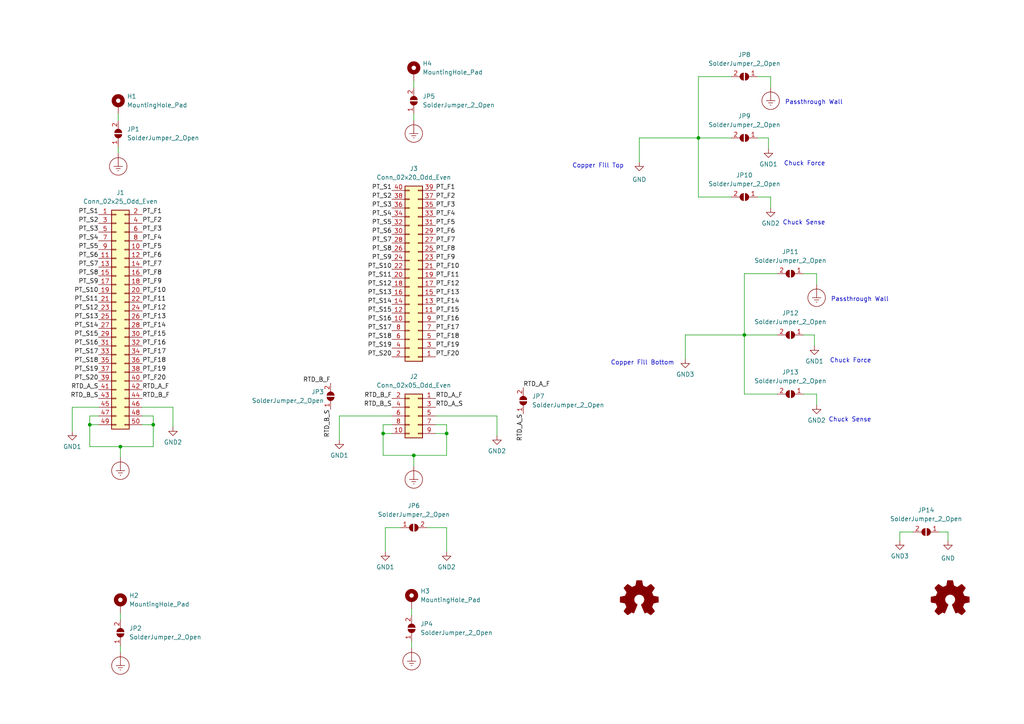
<source format=kicad_sch>
(kicad_sch (version 20211123) (generator eeschema)
  (paper "A4")
  (lib_symbols
    (symbol "Connector_Generic:Conn_02x05_Odd_Even" (pin_names (offset 1.016) hide)
      (property "Reference" "J" (at 1.27 7.62 0))
      (property "Value" "Conn_02x05_Odd_Even" (at 1.27 -7.62 0))
      (symbol "Conn_02x05_Odd_Even_1_1"
        (rectangle (start -1.27 -4.953) (end 0 -5.207) (stroke (width 0.1524)))
        (rectangle (start -1.27 -2.413) (end 0 -2.667) (stroke (width 0.1524)))
        (rectangle (start -1.27 0.127) (end 0 -0.127) (stroke (width 0.1524)))
        (rectangle (start -1.27 2.667) (end 0 2.413) (stroke (width 0.1524)))
        (rectangle (start -1.27 5.207) (end 0 4.953) (stroke (width 0.1524)))
        (rectangle (start -1.27 6.35) (end 3.81 -6.35) (stroke (width 0.254)) (fill (type background)))
        (rectangle (start 3.81 -4.953) (end 2.54 -5.207) (stroke (width 0.1524)))
        (rectangle (start 3.81 -2.413) (end 2.54 -2.667) (stroke (width 0.1524)))
        (rectangle (start 3.81 0.127) (end 2.54 -0.127) (stroke (width 0.1524)))
        (rectangle (start 3.81 2.667) (end 2.54 2.413) (stroke (width 0.1524)))
        (rectangle (start 3.81 5.207) (end 2.54 4.953) (stroke (width 0.1524)))
        (pin passive line (at -5.08 5.08 0) (length 3.81) (name "Pin_1") (number "1"))
        (pin passive line (at 7.62 -5.08 180) (length 3.81) (name "Pin_10") (number "10"))
        (pin passive line (at 7.62 5.08 180) (length 3.81) (name "Pin_2") (number "2"))
        (pin passive line (at -5.08 2.54 0) (length 3.81) (name "Pin_3") (number "3"))
        (pin passive line (at 7.62 2.54 180) (length 3.81) (name "Pin_4") (number "4"))
        (pin passive line (at -5.08 0 0) (length 3.81) (name "Pin_5") (number "5"))
        (pin passive line (at 7.62 0 180) (length 3.81) (name "Pin_6") (number "6"))
        (pin passive line (at -5.08 -2.54 0) (length 3.81) (name "Pin_7") (number "7"))
        (pin passive line (at 7.62 -2.54 180) (length 3.81) (name "Pin_8") (number "8"))
        (pin passive line (at -5.08 -5.08 0) (length 3.81) (name "Pin_9") (number "9"))
      )
    )
    (symbol "Connector_Generic:Conn_02x20_Odd_Even" (pin_names (offset 1.016) hide)
      (property "Reference" "J" (at 1.27 25.4 0))
      (property "Value" "Conn_02x20_Odd_Even" (at 1.27 -27.94 0))
      (symbol "Conn_02x20_Odd_Even_1_1"
        (rectangle (start -1.27 -25.273) (end 0 -25.527) (stroke (width 0.1524)))
        (rectangle (start -1.27 -22.733) (end 0 -22.987) (stroke (width 0.1524)))
        (rectangle (start -1.27 -20.193) (end 0 -20.447) (stroke (width 0.1524)))
        (rectangle (start -1.27 -17.653) (end 0 -17.907) (stroke (width 0.1524)))
        (rectangle (start -1.27 -15.113) (end 0 -15.367) (stroke (width 0.1524)))
        (rectangle (start -1.27 -12.573) (end 0 -12.827) (stroke (width 0.1524)))
        (rectangle (start -1.27 -10.033) (end 0 -10.287) (stroke (width 0.1524)))
        (rectangle (start -1.27 -7.493) (end 0 -7.747) (stroke (width 0.1524)))
        (rectangle (start -1.27 -4.953) (end 0 -5.207) (stroke (width 0.1524)))
        (rectangle (start -1.27 -2.413) (end 0 -2.667) (stroke (width 0.1524)))
        (rectangle (start -1.27 0.127) (end 0 -0.127) (stroke (width 0.1524)))
        (rectangle (start -1.27 2.667) (end 0 2.413) (stroke (width 0.1524)))
        (rectangle (start -1.27 5.207) (end 0 4.953) (stroke (width 0.1524)))
        (rectangle (start -1.27 7.747) (end 0 7.493) (stroke (width 0.1524)))
        (rectangle (start -1.27 10.287) (end 0 10.033) (stroke (width 0.1524)))
        (rectangle (start -1.27 12.827) (end 0 12.573) (stroke (width 0.1524)))
        (rectangle (start -1.27 15.367) (end 0 15.113) (stroke (width 0.1524)))
        (rectangle (start -1.27 17.907) (end 0 17.653) (stroke (width 0.1524)))
        (rectangle (start -1.27 20.447) (end 0 20.193) (stroke (width 0.1524)))
        (rectangle (start -1.27 22.987) (end 0 22.733) (stroke (width 0.1524)))
        (rectangle (start -1.27 24.13) (end 3.81 -26.67) (stroke (width 0.254)) (fill (type background)))
        (rectangle (start 3.81 -25.273) (end 2.54 -25.527) (stroke (width 0.1524)))
        (rectangle (start 3.81 -22.733) (end 2.54 -22.987) (stroke (width 0.1524)))
        (rectangle (start 3.81 -20.193) (end 2.54 -20.447) (stroke (width 0.1524)))
        (rectangle (start 3.81 -17.653) (end 2.54 -17.907) (stroke (width 0.1524)))
        (rectangle (start 3.81 -15.113) (end 2.54 -15.367) (stroke (width 0.1524)))
        (rectangle (start 3.81 -12.573) (end 2.54 -12.827) (stroke (width 0.1524)))
        (rectangle (start 3.81 -10.033) (end 2.54 -10.287) (stroke (width 0.1524)))
        (rectangle (start 3.81 -7.493) (end 2.54 -7.747) (stroke (width 0.1524)))
        (rectangle (start 3.81 -4.953) (end 2.54 -5.207) (stroke (width 0.1524)))
        (rectangle (start 3.81 -2.413) (end 2.54 -2.667) (stroke (width 0.1524)))
        (rectangle (start 3.81 0.127) (end 2.54 -0.127) (stroke (width 0.1524)))
        (rectangle (start 3.81 2.667) (end 2.54 2.413) (stroke (width 0.1524)))
        (rectangle (start 3.81 5.207) (end 2.54 4.953) (stroke (width 0.1524)))
        (rectangle (start 3.81 7.747) (end 2.54 7.493) (stroke (width 0.1524)))
        (rectangle (start 3.81 10.287) (end 2.54 10.033) (stroke (width 0.1524)))
        (rectangle (start 3.81 12.827) (end 2.54 12.573) (stroke (width 0.1524)))
        (rectangle (start 3.81 15.367) (end 2.54 15.113) (stroke (width 0.1524)))
        (rectangle (start 3.81 17.907) (end 2.54 17.653) (stroke (width 0.1524)))
        (rectangle (start 3.81 20.447) (end 2.54 20.193) (stroke (width 0.1524)))
        (rectangle (start 3.81 22.987) (end 2.54 22.733) (stroke (width 0.1524)))
        (pin passive line (at -5.08 22.86 0) (length 3.81) (name "Pin_1") (number "1"))
        (pin passive line (at 7.62 12.7 180) (length 3.81) (name "Pin_10") (number "10"))
        (pin passive line (at -5.08 10.16 0) (length 3.81) (name "Pin_11") (number "11"))
        (pin passive line (at 7.62 10.16 180) (length 3.81) (name "Pin_12") (number "12"))
        (pin passive line (at -5.08 7.62 0) (length 3.81) (name "Pin_13") (number "13"))
        (pin passive line (at 7.62 7.62 180) (length 3.81) (name "Pin_14") (number "14"))
        (pin passive line (at -5.08 5.08 0) (length 3.81) (name "Pin_15") (number "15"))
        (pin passive line (at 7.62 5.08 180) (length 3.81) (name "Pin_16") (number "16"))
        (pin passive line (at -5.08 2.54 0) (length 3.81) (name "Pin_17") (number "17"))
        (pin passive line (at 7.62 2.54 180) (length 3.81) (name "Pin_18") (number "18"))
        (pin passive line (at -5.08 0 0) (length 3.81) (name "Pin_19") (number "19"))
        (pin passive line (at 7.62 22.86 180) (length 3.81) (name "Pin_2") (number "2"))
        (pin passive line (at 7.62 0 180) (length 3.81) (name "Pin_20") (number "20"))
        (pin passive line (at -5.08 -2.54 0) (length 3.81) (name "Pin_21") (number "21"))
        (pin passive line (at 7.62 -2.54 180) (length 3.81) (name "Pin_22") (number "22"))
        (pin passive line (at -5.08 -5.08 0) (length 3.81) (name "Pin_23") (number "23"))
        (pin passive line (at 7.62 -5.08 180) (length 3.81) (name "Pin_24") (number "24"))
        (pin passive line (at -5.08 -7.62 0) (length 3.81) (name "Pin_25") (number "25"))
        (pin passive line (at 7.62 -7.62 180) (length 3.81) (name "Pin_26") (number "26"))
        (pin passive line (at -5.08 -10.16 0) (length 3.81) (name "Pin_27") (number "27"))
        (pin passive line (at 7.62 -10.16 180) (length 3.81) (name "Pin_28") (number "28"))
        (pin passive line (at -5.08 -12.7 0) (length 3.81) (name "Pin_29") (number "29"))
        (pin passive line (at -5.08 20.32 0) (length 3.81) (name "Pin_3") (number "3"))
        (pin passive line (at 7.62 -12.7 180) (length 3.81) (name "Pin_30") (number "30"))
        (pin passive line (at -5.08 -15.24 0) (length 3.81) (name "Pin_31") (number "31"))
        (pin passive line (at 7.62 -15.24 180) (length 3.81) (name "Pin_32") (number "32"))
        (pin passive line (at -5.08 -17.78 0) (length 3.81) (name "Pin_33") (number "33"))
        (pin passive line (at 7.62 -17.78 180) (length 3.81) (name "Pin_34") (number "34"))
        (pin passive line (at -5.08 -20.32 0) (length 3.81) (name "Pin_35") (number "35"))
        (pin passive line (at 7.62 -20.32 180) (length 3.81) (name "Pin_36") (number "36"))
        (pin passive line (at -5.08 -22.86 0) (length 3.81) (name "Pin_37") (number "37"))
        (pin passive line (at 7.62 -22.86 180) (length 3.81) (name "Pin_38") (number "38"))
        (pin passive line (at -5.08 -25.4 0) (length 3.81) (name "Pin_39") (number "39"))
        (pin passive line (at 7.62 20.32 180) (length 3.81) (name "Pin_4") (number "4"))
        (pin passive line (at 7.62 -25.4 180) (length 3.81) (name "Pin_40") (number "40"))
        (pin passive line (at -5.08 17.78 0) (length 3.81) (name "Pin_5") (number "5"))
        (pin passive line (at 7.62 17.78 180) (length 3.81) (name "Pin_6") (number "6"))
        (pin passive line (at -5.08 15.24 0) (length 3.81) (name "Pin_7") (number "7"))
        (pin passive line (at 7.62 15.24 180) (length 3.81) (name "Pin_8") (number "8"))
        (pin passive line (at -5.08 12.7 0) (length 3.81) (name "Pin_9") (number "9"))
      )
    )
    (symbol "Connector_Generic:Conn_02x25_Odd_Even" (pin_names (offset 1.016) hide)
      (property "Reference" "J" (at 1.27 33.02 0))
      (property "Value" "Conn_02x25_Odd_Even" (at 1.27 -33.02 0))
      (symbol "Conn_02x25_Odd_Even_1_1"
        (rectangle (start -1.27 -30.353) (end 0 -30.607) (stroke (width 0.1524)))
        (rectangle (start -1.27 -27.813) (end 0 -28.067) (stroke (width 0.1524)))
        (rectangle (start -1.27 -25.273) (end 0 -25.527) (stroke (width 0.1524)))
        (rectangle (start -1.27 -22.733) (end 0 -22.987) (stroke (width 0.1524)))
        (rectangle (start -1.27 -20.193) (end 0 -20.447) (stroke (width 0.1524)))
        (rectangle (start -1.27 -17.653) (end 0 -17.907) (stroke (width 0.1524)))
        (rectangle (start -1.27 -15.113) (end 0 -15.367) (stroke (width 0.1524)))
        (rectangle (start -1.27 -12.573) (end 0 -12.827) (stroke (width 0.1524)))
        (rectangle (start -1.27 -10.033) (end 0 -10.287) (stroke (width 0.1524)))
        (rectangle (start -1.27 -7.493) (end 0 -7.747) (stroke (width 0.1524)))
        (rectangle (start -1.27 -4.953) (end 0 -5.207) (stroke (width 0.1524)))
        (rectangle (start -1.27 -2.413) (end 0 -2.667) (stroke (width 0.1524)))
        (rectangle (start -1.27 0.127) (end 0 -0.127) (stroke (width 0.1524)))
        (rectangle (start -1.27 2.667) (end 0 2.413) (stroke (width 0.1524)))
        (rectangle (start -1.27 5.207) (end 0 4.953) (stroke (width 0.1524)))
        (rectangle (start -1.27 7.747) (end 0 7.493) (stroke (width 0.1524)))
        (rectangle (start -1.27 10.287) (end 0 10.033) (stroke (width 0.1524)))
        (rectangle (start -1.27 12.827) (end 0 12.573) (stroke (width 0.1524)))
        (rectangle (start -1.27 15.367) (end 0 15.113) (stroke (width 0.1524)))
        (rectangle (start -1.27 17.907) (end 0 17.653) (stroke (width 0.1524)))
        (rectangle (start -1.27 20.447) (end 0 20.193) (stroke (width 0.1524)))
        (rectangle (start -1.27 22.987) (end 0 22.733) (stroke (width 0.1524)))
        (rectangle (start -1.27 25.527) (end 0 25.273) (stroke (width 0.1524)))
        (rectangle (start -1.27 28.067) (end 0 27.813) (stroke (width 0.1524)))
        (rectangle (start -1.27 30.607) (end 0 30.353) (stroke (width 0.1524)))
        (rectangle (start -1.27 31.75) (end 3.81 -31.75) (stroke (width 0.254)) (fill (type background)))
        (rectangle (start 3.81 -30.353) (end 2.54 -30.607) (stroke (width 0.1524)))
        (rectangle (start 3.81 -27.813) (end 2.54 -28.067) (stroke (width 0.1524)))
        (rectangle (start 3.81 -25.273) (end 2.54 -25.527) (stroke (width 0.1524)))
        (rectangle (start 3.81 -22.733) (end 2.54 -22.987) (stroke (width 0.1524)))
        (rectangle (start 3.81 -20.193) (end 2.54 -20.447) (stroke (width 0.1524)))
        (rectangle (start 3.81 -17.653) (end 2.54 -17.907) (stroke (width 0.1524)))
        (rectangle (start 3.81 -15.113) (end 2.54 -15.367) (stroke (width 0.1524)))
        (rectangle (start 3.81 -12.573) (end 2.54 -12.827) (stroke (width 0.1524)))
        (rectangle (start 3.81 -10.033) (end 2.54 -10.287) (stroke (width 0.1524)))
        (rectangle (start 3.81 -7.493) (end 2.54 -7.747) (stroke (width 0.1524)))
        (rectangle (start 3.81 -4.953) (end 2.54 -5.207) (stroke (width 0.1524)))
        (rectangle (start 3.81 -2.413) (end 2.54 -2.667) (stroke (width 0.1524)))
        (rectangle (start 3.81 0.127) (end 2.54 -0.127) (stroke (width 0.1524)))
        (rectangle (start 3.81 2.667) (end 2.54 2.413) (stroke (width 0.1524)))
        (rectangle (start 3.81 5.207) (end 2.54 4.953) (stroke (width 0.1524)))
        (rectangle (start 3.81 7.747) (end 2.54 7.493) (stroke (width 0.1524)))
        (rectangle (start 3.81 10.287) (end 2.54 10.033) (stroke (width 0.1524)))
        (rectangle (start 3.81 12.827) (end 2.54 12.573) (stroke (width 0.1524)))
        (rectangle (start 3.81 15.367) (end 2.54 15.113) (stroke (width 0.1524)))
        (rectangle (start 3.81 17.907) (end 2.54 17.653) (stroke (width 0.1524)))
        (rectangle (start 3.81 20.447) (end 2.54 20.193) (stroke (width 0.1524)))
        (rectangle (start 3.81 22.987) (end 2.54 22.733) (stroke (width 0.1524)))
        (rectangle (start 3.81 25.527) (end 2.54 25.273) (stroke (width 0.1524)))
        (rectangle (start 3.81 28.067) (end 2.54 27.813) (stroke (width 0.1524)))
        (rectangle (start 3.81 30.607) (end 2.54 30.353) (stroke (width 0.1524)))
        (pin passive line (at -5.08 30.48 0) (length 3.81) (name "Pin_1") (number "1"))
        (pin passive line (at 7.62 20.32 180) (length 3.81) (name "Pin_10") (number "10"))
        (pin passive line (at -5.08 17.78 0) (length 3.81) (name "Pin_11") (number "11"))
        (pin passive line (at 7.62 17.78 180) (length 3.81) (name "Pin_12") (number "12"))
        (pin passive line (at -5.08 15.24 0) (length 3.81) (name "Pin_13") (number "13"))
        (pin passive line (at 7.62 15.24 180) (length 3.81) (name "Pin_14") (number "14"))
        (pin passive line (at -5.08 12.7 0) (length 3.81) (name "Pin_15") (number "15"))
        (pin passive line (at 7.62 12.7 180) (length 3.81) (name "Pin_16") (number "16"))
        (pin passive line (at -5.08 10.16 0) (length 3.81) (name "Pin_17") (number "17"))
        (pin passive line (at 7.62 10.16 180) (length 3.81) (name "Pin_18") (number "18"))
        (pin passive line (at -5.08 7.62 0) (length 3.81) (name "Pin_19") (number "19"))
        (pin passive line (at 7.62 30.48 180) (length 3.81) (name "Pin_2") (number "2"))
        (pin passive line (at 7.62 7.62 180) (length 3.81) (name "Pin_20") (number "20"))
        (pin passive line (at -5.08 5.08 0) (length 3.81) (name "Pin_21") (number "21"))
        (pin passive line (at 7.62 5.08 180) (length 3.81) (name "Pin_22") (number "22"))
        (pin passive line (at -5.08 2.54 0) (length 3.81) (name "Pin_23") (number "23"))
        (pin passive line (at 7.62 2.54 180) (length 3.81) (name "Pin_24") (number "24"))
        (pin passive line (at -5.08 0 0) (length 3.81) (name "Pin_25") (number "25"))
        (pin passive line (at 7.62 0 180) (length 3.81) (name "Pin_26") (number "26"))
        (pin passive line (at -5.08 -2.54 0) (length 3.81) (name "Pin_27") (number "27"))
        (pin passive line (at 7.62 -2.54 180) (length 3.81) (name "Pin_28") (number "28"))
        (pin passive line (at -5.08 -5.08 0) (length 3.81) (name "Pin_29") (number "29"))
        (pin passive line (at -5.08 27.94 0) (length 3.81) (name "Pin_3") (number "3"))
        (pin passive line (at 7.62 -5.08 180) (length 3.81) (name "Pin_30") (number "30"))
        (pin passive line (at -5.08 -7.62 0) (length 3.81) (name "Pin_31") (number "31"))
        (pin passive line (at 7.62 -7.62 180) (length 3.81) (name "Pin_32") (number "32"))
        (pin passive line (at -5.08 -10.16 0) (length 3.81) (name "Pin_33") (number "33"))
        (pin passive line (at 7.62 -10.16 180) (length 3.81) (name "Pin_34") (number "34"))
        (pin passive line (at -5.08 -12.7 0) (length 3.81) (name "Pin_35") (number "35"))
        (pin passive line (at 7.62 -12.7 180) (length 3.81) (name "Pin_36") (number "36"))
        (pin passive line (at -5.08 -15.24 0) (length 3.81) (name "Pin_37") (number "37"))
        (pin passive line (at 7.62 -15.24 180) (length 3.81) (name "Pin_38") (number "38"))
        (pin passive line (at -5.08 -17.78 0) (length 3.81) (name "Pin_39") (number "39"))
        (pin passive line (at 7.62 27.94 180) (length 3.81) (name "Pin_4") (number "4"))
        (pin passive line (at 7.62 -17.78 180) (length 3.81) (name "Pin_40") (number "40"))
        (pin passive line (at -5.08 -20.32 0) (length 3.81) (name "Pin_41") (number "41"))
        (pin passive line (at 7.62 -20.32 180) (length 3.81) (name "Pin_42") (number "42"))
        (pin passive line (at -5.08 -22.86 0) (length 3.81) (name "Pin_43") (number "43"))
        (pin passive line (at 7.62 -22.86 180) (length 3.81) (name "Pin_44") (number "44"))
        (pin passive line (at -5.08 -25.4 0) (length 3.81) (name "Pin_45") (number "45"))
        (pin passive line (at 7.62 -25.4 180) (length 3.81) (name "Pin_46") (number "46"))
        (pin passive line (at -5.08 -27.94 0) (length 3.81) (name "Pin_47") (number "47"))
        (pin passive line (at 7.62 -27.94 180) (length 3.81) (name "Pin_48") (number "48"))
        (pin passive line (at -5.08 -30.48 0) (length 3.81) (name "Pin_49") (number "49"))
        (pin passive line (at -5.08 25.4 0) (length 3.81) (name "Pin_5") (number "5"))
        (pin passive line (at 7.62 -30.48 180) (length 3.81) (name "Pin_50") (number "50"))
        (pin passive line (at 7.62 25.4 180) (length 3.81) (name "Pin_6") (number "6"))
        (pin passive line (at -5.08 22.86 0) (length 3.81) (name "Pin_7") (number "7"))
        (pin passive line (at 7.62 22.86 180) (length 3.81) (name "Pin_8") (number "8"))
        (pin passive line (at -5.08 20.32 0) (length 3.81) (name "Pin_9") (number "9"))
      )
    )
    (symbol "Graphic:Logo_Open_Hardware_Small" (pin_names (offset 1.016))
      (symbol "Logo_Open_Hardware_Small_0_1"
        (polyline (pts (xy 3.3528 -4.3434) (xy 3.302 -4.318) (xy 3.175 -4.2418) (xy 2.9972 -4.1148) (xy 2.7686 -3.9624) (xy 2.54 -3.81) (xy 2.3622 -3.7084) (xy 2.2352 -3.6068) (xy 2.1844 -3.5814) (xy 2.159 -3.6068) (xy 2.0574 -3.6576) (xy 1.905 -3.7338) (xy 1.8034 -3.7846) (xy 1.6764 -3.8354) (xy 1.6002 -3.8354) (xy 1.6002 -3.8354) (xy 1.5494 -3.7338) (xy 1.4732 -3.5306) (xy 1.3462 -3.302) (xy 1.2446 -3.0226) (xy 1.1176 -2.7178) (xy 0.9652 -2.413) (xy 0.8636 -2.1082) (xy 0.7366 -1.8288) (xy 0.6604 -1.6256) (xy 0.6096 -1.4732) (xy 0.5842 -1.397) (xy 0.5842 -1.397) (xy 0.6604 -1.3208) (xy 0.7874 -1.2446) (xy 1.0414 -1.016) (xy 1.2954 -0.6858) (xy 1.4478 -0.3302) (xy 1.524 0.0762) (xy 1.4732 0.4572) (xy 1.3208 0.8128) (xy 1.0668 1.143) (xy 0.762 1.3716) (xy 0.4064 1.524) (xy 0 1.5748) (xy -0.381 1.5494) (xy -0.7366 1.397) (xy -1.0668 1.143) (xy -1.2192 0.9906) (xy -1.397 0.6604) (xy -1.524 0.3048) (xy -1.524 0.2286) (xy -1.4986 -0.1778) (xy -1.397 -0.5334) (xy -1.1938 -0.8636) (xy -0.9144 -1.143) (xy -0.8636 -1.1684) (xy -0.7366 -1.27) (xy -0.635 -1.3462) (xy -0.5842 -1.397) (xy -1.0668 -2.5908) (xy -1.143 -2.794) (xy -1.2954 -3.1242) (xy -1.397 -3.4036) (xy -1.4986 -3.6322) (xy -1.5748 -3.7846) (xy -1.6002 -3.8354) (xy -1.6002 -3.8354) (xy -1.651 -3.8354) (xy -1.7272 -3.81) (xy -1.905 -3.7338) (xy -2.0066 -3.683) (xy -2.1336 -3.6068) (xy -2.2098 -3.5814) (xy -2.2606 -3.6068) (xy -2.3622 -3.683) (xy -2.54 -3.81) (xy -2.7686 -3.9624) (xy -2.9718 -4.0894) (xy -3.1496 -4.2164) (xy -3.302 -4.318) (xy -3.3528 -4.3434) (xy -3.3782 -4.3434) (xy -3.429 -4.318) (xy -3.5306 -4.2164) (xy -3.7084 -4.064) (xy -3.937 -3.8354) (xy -3.9624 -3.81) (xy -4.1656 -3.6068) (xy -4.318 -3.4544) (xy -4.4196 -3.3274) (xy -4.445 -3.2766) (xy -4.445 -3.2766) (xy -4.4196 -3.2258) (xy -4.318 -3.0734) (xy -4.2164 -2.8956) (xy -4.064 -2.667) (xy -3.6576 -2.0828) (xy -3.8862 -1.5494) (xy -3.937 -1.3716) (xy -4.0386 -1.1684) (xy -4.0894 -1.0414) (xy -4.1148 -0.9652) (xy -4.191 -0.9398) (xy -4.318 -0.9144) (xy -4.5466 -0.8636) (xy -4.8006 -0.8128) (xy -5.0546 -0.7874) (xy -5.2578 -0.7366) (xy -5.4356 -0.7112) (xy -5.5118 -0.6858) (xy -5.5118 -0.6858) (xy -5.5372 -0.635) (xy -5.5372 -0.5588) (xy -5.5372 -0.4318) (xy -5.5626 -0.2286) (xy -5.5626 0.0762) (xy -5.5626 0.127) (xy -5.5372 0.4064) (xy -5.5372 0.635) (xy -5.5372 0.762) (xy -5.5372 0.8382) (xy -5.5372 0.8382) (xy -5.461 0.8382) (xy -5.3086 0.889) (xy -5.08 0.9144) (xy -4.826 0.9652) (xy -4.8006 0.9906) (xy -4.5466 1.0414) (xy -4.318 1.0668) (xy -4.1656 1.1176) (xy -4.0894 1.143) (xy -4.0894 1.143) (xy -4.0386 1.2446) (xy -3.9624 1.4224) (xy -3.8608 1.6256) (xy -3.7846 1.8288) (xy -3.7084 2.0066) (xy -3.6576 2.159) (xy -3.6322 2.2098) (xy -3.6322 2.2098) (xy -3.683 2.286) (xy -3.7592 2.413) (xy -3.8862 2.5908) (xy -4.064 2.8194) (xy -4.064 2.8448) (xy -4.2164 3.0734) (xy -4.3434 3.2512) (xy -4.4196 3.3782) (xy -4.445 3.4544) (xy -4.445 3.4544) (xy -4.3942 3.5052) (xy -4.2926 3.6322) (xy -4.1148 3.81) (xy -3.937 4.0132) (xy -3.8608 4.064) (xy -3.6576 4.2926) (xy -3.5052 4.4196) (xy -3.4036 4.4958) (xy -3.3528 4.5212) (xy -3.3528 4.5212) (xy -3.302 4.4704) (xy -3.1496 4.3688) (xy -2.9718 4.2418) (xy -2.7432 4.0894) (xy -2.7178 4.0894) (xy -2.4892 3.937) (xy -2.3114 3.81) (xy -2.1844 3.7084) (xy -2.1336 3.683) (xy -2.1082 3.683) (xy -2.032 3.7084) (xy -1.8542 3.7592) (xy -1.6764 3.8354) (xy -1.4732 3.937) (xy -1.27 4.0132) (xy -1.143 4.064) (xy -1.0668 4.1148) (xy -1.0668 4.1148) (xy -1.0414 4.191) (xy -1.016 4.3434) (xy -0.9652 4.572) (xy -0.9144 4.8514) (xy -0.889 4.9022) (xy -0.8382 5.1562) (xy -0.8128 5.3848) (xy -0.7874 5.5372) (xy -0.762 5.588) (xy -0.7112 5.6134) (xy -0.5842 5.6134) (xy -0.4064 5.6134) (xy -0.1524 5.6134) (xy 0.0762 5.6134) (xy 0.3302 5.6134) (xy 0.5334 5.6134) (xy 0.6858 5.588) (xy 0.7366 5.588) (xy 0.7366 5.588) (xy 0.762 5.5118) (xy 0.8128 5.334) (xy 0.8382 5.1054) (xy 0.9144 4.826) (xy 0.9144 4.7752) (xy 0.9652 4.5212) (xy 1.016 4.2926) (xy 1.0414 4.1402) (xy 1.0668 4.0894) (xy 1.0668 4.0894) (xy 1.1938 4.0386) (xy 1.3716 3.9624) (xy 1.5748 3.8608) (xy 2.0828 3.6576) (xy 2.7178 4.0894) (xy 2.7686 4.1402) (xy 2.9972 4.2926) (xy 3.175 4.4196) (xy 3.302 4.4958) (xy 3.3782 4.5212) (xy 3.3782 4.5212) (xy 3.429 4.4704) (xy 3.556 4.3434) (xy 3.7338 4.191) (xy 3.9116 3.9878) (xy 4.064 3.8354) (xy 4.2418 3.6576) (xy 4.3434 3.556) (xy 4.4196 3.4798) (xy 4.4196 3.429) (xy 4.4196 3.4036) (xy 4.3942 3.3274) (xy 4.2926 3.2004) (xy 4.1656 2.9972) (xy 4.0132 2.794) (xy 3.8862 2.5908) (xy 3.7592 2.3876) (xy 3.6576 2.2352) (xy 3.6322 2.159) (xy 3.6322 2.1336) (xy 3.683 2.0066) (xy 3.7592 1.8288) (xy 3.8608 1.6002) (xy 4.064 1.1176) (xy 4.3942 1.0414) (xy 4.5974 1.016) (xy 4.8768 0.9652) (xy 5.1308 0.9144) (xy 5.5372 0.8382) (xy 5.5626 -0.6604) (xy 5.4864 -0.6858) (xy 5.4356 -0.6858) (xy 5.2832 -0.7366) (xy 5.0546 -0.762) (xy 4.8006 -0.8128) (xy 4.5974 -0.8636) (xy 4.3688 -0.9144) (xy 4.2164 -0.9398) (xy 4.1402 -0.9398) (xy 4.1148 -0.9652) (xy 4.064 -1.0668) (xy 3.9878 -1.2446) (xy 3.9116 -1.4478) (xy 3.81 -1.651) (xy 3.7338 -1.8542) (xy 3.683 -2.0066) (xy 3.6576 -2.0828) (xy 3.683 -2.1336) (xy 3.7846 -2.2606) (xy 3.8862 -2.4638) (xy 4.0386 -2.667) (xy 4.191 -2.8956) (xy 4.318 -3.0734) (xy 4.3942 -3.2004) (xy 4.445 -3.2766) (xy 4.4196 -3.3274) (xy 4.3434 -3.429) (xy 4.1656 -3.5814) (xy 3.937 -3.8354) (xy 3.8862 -3.8608) (xy 3.683 -4.064) (xy 3.5306 -4.2164) (xy 3.4036 -4.318) (xy 3.3528 -4.3434)) (fill (type outline)))
      )
    )
    (symbol "Jumper:SolderJumper_2_Open" (pin_names (offset 0) hide)
      (property "Reference" "JP" (at 0 2.032 0))
      (property "Value" "SolderJumper_2_Open" (at 0 -2.54 0))
      (symbol "SolderJumper_2_Open_0_1"
        (arc (start -0.254 1.016) (mid -1.27 0) (end -0.254 -1.016))
        (arc (start -0.254 1.016) (mid -1.27 0) (end -0.254 -1.016) (fill (type outline)))
        (polyline (pts (xy -0.254 1.016) (xy -0.254 -1.016)))
        (polyline (pts (xy 0.254 1.016) (xy 0.254 -1.016)))
        (arc (start 0.254 -1.016) (mid 1.27 0) (end 0.254 1.016))
        (arc (start 0.254 -1.016) (mid 1.27 0) (end 0.254 1.016) (fill (type outline)))
      )
      (symbol "SolderJumper_2_Open_1_1"
        (pin passive line (at -3.81 0 0) (length 2.54) (name "A") (number "1"))
        (pin passive line (at 3.81 0 180) (length 2.54) (name "B") (number "2"))
      )
    )
    (symbol "Mechanical:MountingHole_Pad" (pin_numbers hide) (pin_names (offset 1.016) hide)
      (property "Reference" "H" (at 0 6.35 0))
      (property "Value" "MountingHole_Pad" (at 0 4.445 0))
      (symbol "MountingHole_Pad_0_1"
        (circle (center 0 1.27) (radius 1.27) (stroke (width 1.27)))
      )
      (symbol "MountingHole_Pad_1_1"
        (pin input line (at 0 -2.54 90) (length 2.54) (name "1") (number "1"))
      )
    )
    (symbol "power:Earth_Protective" (power) (pin_names (offset 0))
      (symbol "Earth_Protective_0_1"
        (circle (center 0 -3.81) (radius 2.54))
        (polyline (pts (xy -0.635 -4.445) (xy 0.635 -4.445)))
        (polyline (pts (xy -0.127 -5.08) (xy 0.127 -5.08)))
        (polyline (pts (xy 0 -3.81) (xy 0 0)))
        (polyline (pts (xy 1.27 -3.81) (xy -1.27 -3.81)))
      )
      (symbol "Earth_Protective_1_1"
        (pin power_in line (at 0 0 270) (length 0) hide (name "Earth_Protective") (number "1"))
      )
    )
    (symbol "power:GND" (power) (pin_names (offset 0))
      (property "Value" "GND" (at 0 -3.81 0))
      (symbol "GND_0_1"
        (polyline (pts (xy 0 0) (xy 0 -1.27) (xy 1.27 -1.27) (xy 0 -2.54) (xy -1.27 -1.27) (xy 0 -1.27)))
      )
      (symbol "GND_1_1"
        (pin power_in line (at 0 0 270) (length 0) hide (name "GND") (number "1"))
      )
    )
    (symbol "power:GND1" (power) (pin_names (offset 0))
      (property "Value" "GND1" (at 0 -3.81 0))
      (symbol "GND1_0_1"
        (polyline (pts (xy 0 0) (xy 0 -1.27) (xy 1.27 -1.27) (xy 0 -2.54) (xy -1.27 -1.27) (xy 0 -1.27)))
      )
      (symbol "GND1_1_1"
        (pin power_in line (at 0 0 270) (length 0) hide (name "GND1") (number "1"))
      )
    )
    (symbol "power:GND2" (power) (pin_names (offset 0))
      (property "Value" "GND2" (at 0 -3.81 0))
      (symbol "GND2_0_1"
        (polyline (pts (xy 0 0) (xy 0 -1.27) (xy 1.27 -1.27) (xy 0 -2.54) (xy -1.27 -1.27) (xy 0 -1.27)))
      )
      (symbol "GND2_1_1"
        (pin power_in line (at 0 0 270) (length 0) hide (name "GND2") (number "1"))
      )
    )
    (symbol "power:GND3" (power) (pin_names (offset 0))
      (property "Value" "GND3" (at 0 -3.81 0))
      (symbol "GND3_0_1"
        (polyline (pts (xy 0 0) (xy 0 -1.27) (xy 1.27 -1.27) (xy 0 -2.54) (xy -1.27 -1.27) (xy 0 -1.27)))
      )
      (symbol "GND3_1_1"
        (pin power_in line (at 0 0 270) (length 0) hide (name "GND3") (number "1"))
      )
    )
  )
  (junction (at 26.035 123.19))
  (junction (at 215.9 97.155))
  (junction (at 120.015 132.08))
  (junction (at 129.54 125.73))
  (junction (at 202.565 40.005))
  (junction (at 44.45 123.19))
  (junction (at 34.925 129.54))
  (junction (at 111.125 125.73))
  (wire (pts (xy 274.955 154.305) (xy 272.415 154.305)))
  (wire (pts (xy 50.165 118.11) (xy 50.165 123.825)))
  (wire (pts (xy 236.855 117.475) (xy 236.855 114.3)))
  (wire (pts (xy 129.54 160.02) (xy 129.54 153.035)))
  (wire (pts (xy 26.035 123.19) (xy 28.575 123.19)))
  (wire (pts (xy 44.45 129.54) (xy 44.45 123.19)))
  (wire (pts (xy 111.125 125.73) (xy 111.125 123.19)))
  (wire (pts (xy 120.015 132.08) (xy 129.54 132.08)))
  (wire (pts (xy 26.035 120.65) (xy 28.575 120.65)))
  (wire (pts (xy 119.38 186.055) (xy 119.38 187.96)))
  (wire (pts (xy 236.855 114.3) (xy 233.045 114.3)))
  (wire (pts (xy 126.365 120.65) (xy 144.145 120.65)))
  (wire (pts (xy 236.22 97.155) (xy 233.045 97.155)))
  (wire (pts (xy 223.52 57.15) (xy 219.71 57.15)))
  (wire (pts (xy 225.425 114.3) (xy 215.9 114.3)))
  (wire (pts (xy 236.855 82.55) (xy 236.855 79.375)))
  (wire (pts (xy 129.54 123.19) (xy 129.54 125.73)))
  (wire (pts (xy 44.45 123.19) (xy 41.275 123.19)))
  (wire (pts (xy 144.145 120.65) (xy 144.145 126.365)))
  (wire (pts (xy 41.275 118.11) (xy 50.165 118.11)))
  (wire (pts (xy 202.565 22.225) (xy 202.565 40.005)))
  (wire (pts (xy 119.38 176.53) (xy 119.38 178.435)))
  (wire (pts (xy 260.985 154.305) (xy 260.985 156.845)))
  (wire (pts (xy 26.035 123.19) (xy 26.035 129.54)))
  (wire (pts (xy 34.925 177.8) (xy 34.925 179.705)))
  (wire (pts (xy 202.565 40.005) (xy 202.565 57.15)))
  (wire (pts (xy 20.955 118.11) (xy 20.955 125.095)))
  (wire (pts (xy 274.955 156.845) (xy 274.955 154.305)))
  (wire (pts (xy 185.42 40.005) (xy 202.565 40.005)))
  (wire (pts (xy 111.125 123.19) (xy 113.665 123.19)))
  (wire (pts (xy 126.365 123.19) (xy 129.54 123.19)))
  (wire (pts (xy 34.29 42.545) (xy 34.29 44.45)))
  (wire (pts (xy 222.885 40.005) (xy 219.71 40.005)))
  (wire (pts (xy 111.125 125.73) (xy 111.125 132.08)))
  (wire (pts (xy 34.925 132.715) (xy 34.925 129.54)))
  (wire (pts (xy 222.885 43.18) (xy 222.885 40.005)))
  (wire (pts (xy 34.925 129.54) (xy 26.035 129.54)))
  (wire (pts (xy 215.9 79.375) (xy 215.9 97.155)))
  (wire (pts (xy 111.76 160.02) (xy 111.76 153.035)))
  (wire (pts (xy 44.45 120.65) (xy 44.45 123.19)))
  (wire (pts (xy 236.855 79.375) (xy 233.045 79.375)))
  (wire (pts (xy 34.925 129.54) (xy 44.45 129.54)))
  (wire (pts (xy 236.22 100.33) (xy 236.22 97.155)))
  (wire (pts (xy 223.52 25.4) (xy 223.52 22.225)))
  (wire (pts (xy 129.54 132.08) (xy 129.54 125.73)))
  (wire (pts (xy 34.925 187.325) (xy 34.925 189.23)))
  (wire (pts (xy 34.29 33.02) (xy 34.29 34.925)))
  (wire (pts (xy 264.795 154.305) (xy 260.985 154.305)))
  (wire (pts (xy 215.9 97.155) (xy 225.425 97.155)))
  (wire (pts (xy 26.035 123.19) (xy 26.035 120.65)))
  (wire (pts (xy 129.54 153.035) (xy 123.825 153.035)))
  (wire (pts (xy 41.275 120.65) (xy 44.45 120.65)))
  (wire (pts (xy 111.125 125.73) (xy 113.665 125.73)))
  (wire (pts (xy 120.015 33.02) (xy 120.015 34.925)))
  (wire (pts (xy 120.015 132.08) (xy 111.125 132.08)))
  (wire (pts (xy 129.54 125.73) (xy 126.365 125.73)))
  (wire (pts (xy 185.42 40.005) (xy 185.42 46.99)))
  (wire (pts (xy 120.015 23.495) (xy 120.015 25.4)))
  (wire (pts (xy 111.76 153.035) (xy 116.205 153.035)))
  (wire (pts (xy 20.955 118.11) (xy 28.575 118.11)))
  (wire (pts (xy 215.9 97.155) (xy 215.9 114.3)))
  (wire (pts (xy 225.425 79.375) (xy 215.9 79.375)))
  (wire (pts (xy 202.565 40.005) (xy 212.09 40.005)))
  (wire (pts (xy 212.09 22.225) (xy 202.565 22.225)))
  (wire (pts (xy 223.52 60.325) (xy 223.52 57.15)))
  (wire (pts (xy 223.52 22.225) (xy 219.71 22.225)))
  (wire (pts (xy 198.755 97.155) (xy 215.9 97.155)))
  (wire (pts (xy 120.015 135.255) (xy 120.015 132.08)))
  (wire (pts (xy 98.425 120.65) (xy 113.665 120.65)))
  (wire (pts (xy 212.09 57.15) (xy 202.565 57.15)))
  (wire (pts (xy 98.425 120.65) (xy 98.425 127.635)))
  (wire (pts (xy 198.755 97.155) (xy 198.755 104.14)))
  (text "Chuck Force" (at 252.73 105.41 180) (effects (font (size 1.27 1.27)) (justify right bottom)))
  (text "Passthrough Wall" (at 244.475 30.48 180) (effects (font (size 1.27 1.27)) (justify right bottom)))
  (text "Chuck Force" (at 239.395 48.26 180) (effects (font (size 1.27 1.27)) (justify right bottom)))
  (text "Copper Fill Bottom" (at 195.58 106.045 180) (effects (font (size 1.27 1.27)) (justify right bottom)))
  (text "Chuck Sense" (at 252.73 122.555 180) (effects (font (size 1.27 1.27)) (justify right bottom)))
  (text "Copper Fill Top" (at 180.975 48.895 180) (effects (font (size 1.27 1.27)) (justify right bottom)))
  (text "Chuck Sense" (at 239.395 65.405 180) (effects (font (size 1.27 1.27)) (justify right bottom)))
  (text "Passthrough Wall" (at 257.81 87.63 180) (effects (font (size 1.27 1.27)) (justify right bottom)))
  (label "PT_S10" (at 113.665 78.105 180))
  (label "PT_S7" (at 113.665 70.485 180))
  (label "PT_F10" (at 126.365 78.105 0))
  (label "PT_F7" (at 41.275 77.47 0))
  (label "PT_S17" (at 113.665 95.885 180))
  (label "PT_F2" (at 126.365 57.785 0))
  (label "PT_F6" (at 126.365 67.945 0))
  (label "PT_S1" (at 113.665 55.245 180))
  (label "RTD_B_S" (at 95.885 118.745 270))
  (label "PT_S18" (at 28.575 105.41 180))
  (label "PT_F11" (at 126.365 80.645 0))
  (label "PT_S19" (at 28.575 107.95 180))
  (label "PT_S12" (at 28.575 90.17 180))
  (label "PT_F4" (at 126.365 62.865 0))
  (label "PT_F3" (at 126.365 60.325 0))
  (label "PT_F4" (at 41.275 69.85 0))
  (label "PT_F16" (at 41.275 100.33 0))
  (label "PT_S20" (at 113.665 103.505 180))
  (label "PT_F8" (at 126.365 73.025 0))
  (label "PT_S11" (at 113.665 80.645 180))
  (label "PT_F9" (at 126.365 75.565 0))
  (label "PT_S16" (at 113.665 93.345 180))
  (label "PT_S10" (at 28.575 85.09 180))
  (label "RTD_A_S" (at 28.575 113.03 180))
  (label "PT_S7" (at 28.575 77.47 180))
  (label "PT_S4" (at 28.575 69.85 180))
  (label "PT_F14" (at 126.365 88.265 0))
  (label "PT_S1" (at 28.575 62.23 180))
  (label "PT_F10" (at 41.275 85.09 0))
  (label "RTD_B_S" (at 28.575 115.57 180))
  (label "PT_F19" (at 126.365 100.965 0))
  (label "PT_S3" (at 113.665 60.325 180))
  (label "PT_F15" (at 126.365 90.805 0))
  (label "PT_F14" (at 41.275 95.25 0))
  (label "PT_F12" (at 126.365 83.185 0))
  (label "PT_F6" (at 41.275 74.93 0))
  (label "PT_F3" (at 41.275 67.31 0))
  (label "PT_F8" (at 41.275 80.01 0))
  (label "PT_S17" (at 28.575 102.87 180))
  (label "PT_F1" (at 126.365 55.245 0))
  (label "PT_S14" (at 28.575 95.25 180))
  (label "PT_S6" (at 113.665 67.945 180))
  (label "PT_S20" (at 28.575 110.49 180))
  (label "PT_S12" (at 113.665 83.185 180))
  (label "RTD_B_F" (at 41.275 115.57 0))
  (label "PT_S15" (at 28.575 97.79 180))
  (label "PT_F5" (at 126.365 65.405 0))
  (label "PT_S4" (at 113.665 62.865 180))
  (label "PT_S9" (at 28.575 82.55 180))
  (label "PT_S5" (at 28.575 72.39 180))
  (label "PT_F18" (at 126.365 98.425 0))
  (label "RTD_A_S" (at 151.765 120.015 270))
  (label "PT_F9" (at 41.275 82.55 0))
  (label "PT_F18" (at 41.275 105.41 0))
  (label "PT_S18" (at 113.665 98.425 180))
  (label "RTD_A_S" (at 126.365 118.11 0))
  (label "PT_F7" (at 126.365 70.485 0))
  (label "PT_S8" (at 28.575 80.01 180))
  (label "PT_F1" (at 41.275 62.23 0))
  (label "PT_S13" (at 113.665 85.725 180))
  (label "PT_F17" (at 41.275 102.87 0))
  (label "RTD_B_S" (at 113.665 118.11 180))
  (label "PT_F20" (at 126.365 103.505 0))
  (label "PT_S14" (at 113.665 88.265 180))
  (label "PT_F11" (at 41.275 87.63 0))
  (label "PT_F5" (at 41.275 72.39 0))
  (label "RTD_A_F" (at 126.365 115.57 0))
  (label "PT_F13" (at 126.365 85.725 0))
  (label "RTD_A_F" (at 151.765 112.395 0))
  (label "RTD_A_F" (at 41.275 113.03 0))
  (label "PT_S16" (at 28.575 100.33 180))
  (label "PT_F17" (at 126.365 95.885 0))
  (label "PT_S8" (at 113.665 73.025 180))
  (label "PT_S3" (at 28.575 67.31 180))
  (label "PT_S2" (at 113.665 57.785 180))
  (label "PT_S11" (at 28.575 87.63 180))
  (label "PT_S19" (at 113.665 100.965 180))
  (label "PT_F16" (at 126.365 93.345 0))
  (label "PT_F2" (at 41.275 64.77 0))
  (label "PT_F12" (at 41.275 90.17 0))
  (label "PT_S2" (at 28.575 64.77 180))
  (label "PT_S6" (at 28.575 74.93 180))
  (label "PT_F20" (at 41.275 110.49 0))
  (label "PT_F13" (at 41.275 92.71 0))
  (label "PT_S13" (at 28.575 92.71 180))
  (label "PT_F19" (at 41.275 107.95 0))
  (label "PT_F15" (at 41.275 97.79 0))
  (label "RTD_B_F" (at 95.885 111.125 180))
  (label "RTD_B_F" (at 113.665 115.57 180))
  (label "PT_S5" (at 113.665 65.405 180))
  (label "PT_S15" (at 113.665 90.805 180))
  (label "PT_S9" (at 113.665 75.565 180))
  (symbol (lib_id "power:GND3") (at 260.985 156.845 0) (unit 1)
    (property "Reference" "#PWR021" (effects hide))
    (property "Value" "GND3" (at 260.985 161.29 0))
  )
  (symbol (lib_id "power:Earth_Protective") (at 236.855 82.55 0) (unit 1)
    (property "Reference" "#PWR019" (effects hide))
    (property "Value" "Earth_Protective" (effects hide))
  )
  (symbol (lib_id "power:GND2") (at 50.165 123.825 0) (unit 1)
    (property "Reference" "#PWR05" (effects hide))
    (property "Value" "GND2" (at 50.165 128.27 0))
  )
  (symbol (lib_id "power:GND2") (at 129.54 160.02 0) (unit 1)
    (property "Reference" "#PWR011" (effects hide))
    (property "Value" "GND2" (at 129.54 164.465 0))
  )
  (symbol (lib_id "Graphic:Logo_Open_Hardware_Small") (at 275.59 173.99 0) (unit 1)
    (property "Reference" "LOGO2" (effects hide))
    (property "Value" "Logo_Open_Hardware_Small" (effects hide))
    (property "Footprint" "custom_footprints:site_small" (effects hide))
  )
  (symbol (lib_id "power:GND1") (at 222.885 43.18 0) (unit 1)
    (property "Reference" "#PWR015" (effects hide))
    (property "Value" "GND1" (at 222.885 47.625 0))
  )
  (symbol (lib_id "Connector_Generic:Conn_02x20_Odd_Even") (at 121.285 80.645 180) (unit 1)
    (property "Reference" "J3" (at 120.015 48.895 0))
    (property "Value" "Conn_02x20_Odd_Even" (at 120.015 51.435 0))
    (property "Footprint" "custom_footprints:TST-120-01-G-D" (effects hide))
  )
  (symbol (lib_id "power:GND1") (at 111.76 160.02 0) (unit 1)
    (property "Reference" "#PWR07" (effects hide))
    (property "Value" "GND1" (at 111.76 164.465 0))
  )
  (symbol (lib_id "power:Earth_Protective") (at 34.925 189.23 0) (unit 1)
    (property "Reference" "#PWR04" (effects hide))
    (property "Value" "Earth_Protective" (effects hide))
  )
  (symbol (lib_id "Jumper:SolderJumper_2_Open") (at 215.9 57.15 180) (unit 1)
    (property "Reference" "JP10" (at 215.9 50.8 0))
    (property "Value" "SolderJumper_2_Open" (at 215.9 53.34 0))
    (property "Footprint" "Jumper:SolderJumper-2_P1.3mm_Open_RoundedPad1.0x1.5mm" (effects hide))
  )
  (symbol (lib_id "Mechanical:MountingHole_Pad") (at 119.38 173.99 0) (unit 1)
    (property "Reference" "H3" (at 121.92 171.4499 0) (effects (justify left)))
    (property "Value" "MountingHole_Pad" (at 121.92 173.9899 0) (effects (justify left)))
    (property "Footprint" "MountingHole:MountingHole_3.2mm_M3_ISO14580_Pad" (effects hide))
  )
  (symbol (lib_id "Jumper:SolderJumper_2_Open") (at 268.605 154.305 180) (unit 1)
    (property "Reference" "JP14" (at 268.605 147.955 0))
    (property "Value" "SolderJumper_2_Open" (at 268.605 150.495 0))
    (property "Footprint" "Jumper:SolderJumper-2_P1.3mm_Open_RoundedPad1.0x1.5mm" (effects hide))
  )
  (symbol (lib_id "Jumper:SolderJumper_2_Open") (at 229.235 79.375 180) (unit 1)
    (property "Reference" "JP11" (at 229.235 73.025 0))
    (property "Value" "SolderJumper_2_Open" (at 229.235 75.565 0))
    (property "Footprint" "Jumper:SolderJumper-2_P1.3mm_Open_RoundedPad1.0x1.5mm" (effects hide))
  )
  (symbol (lib_id "Connector_Generic:Conn_02x05_Odd_Even") (at 121.285 120.65 0) (mirror y) (unit 1)
    (property "Reference" "J2" (at 120.015 109.22 0))
    (property "Value" "Conn_02x05_Odd_Even" (at 120.015 111.76 0))
    (property "Footprint" "Connector_PinHeader_2.54mm:PinHeader_2x05_P2.54mm_Vertical" (effects hide))
  )
  (symbol (lib_id "power:GND1") (at 98.425 127.635 0) (unit 1)
    (property "Reference" "#PWR06" (effects hide))
    (property "Value" "GND1" (at 98.425 132.08 0))
  )
  (symbol (lib_id "power:GND2") (at 144.145 126.365 0) (unit 1)
    (property "Reference" "#PWR012" (effects hide))
    (property "Value" "GND2" (at 144.145 130.81 0))
  )
  (symbol (lib_id "power:GND") (at 185.42 46.99 0) (unit 1)
    (property "Reference" "#PWR013" (effects hide))
    (property "Value" "GND" (at 185.42 52.07 0))
  )
  (symbol (lib_id "Jumper:SolderJumper_2_Open") (at 34.925 183.515 90) (unit 1)
    (property "Reference" "JP2" (at 37.465 182.2449 90) (effects (justify right)))
    (property "Value" "SolderJumper_2_Open" (at 37.465 184.7849 90) (effects (justify right)))
    (property "Footprint" "Jumper:SolderJumper-2_P1.3mm_Open_RoundedPad1.0x1.5mm" (effects hide))
  )
  (symbol (lib_id "Mechanical:MountingHole_Pad") (at 120.015 20.955 0) (unit 1)
    (property "Reference" "H4" (at 122.555 18.4149 0) (effects (justify left)))
    (property "Value" "MountingHole_Pad" (at 122.555 20.9549 0) (effects (justify left)))
    (property "Footprint" "MountingHole:MountingHole_3.2mm_M3_ISO14580_Pad" (effects hide))
  )
  (symbol (lib_id "Jumper:SolderJumper_2_Open") (at 229.235 114.3 180) (unit 1)
    (property "Reference" "JP13" (at 229.235 107.95 0))
    (property "Value" "SolderJumper_2_Open" (at 229.235 110.49 0))
    (property "Footprint" "Jumper:SolderJumper-2_P1.3mm_Open_RoundedPad1.0x1.5mm" (effects hide))
  )
  (symbol (lib_id "Graphic:Logo_Open_Hardware_Small") (at 185.42 173.99 0) (unit 1)
    (property "Reference" "LOGO1" (effects hide))
    (property "Value" "Logo_Open_Hardware_Small" (effects hide))
    (property "Footprint" "custom_footprints:site_small" (effects hide))
  )
  (symbol (lib_id "power:GND") (at 274.955 156.845 0) (unit 1)
    (property "Reference" "#PWR022" (effects hide))
    (property "Value" "GND" (at 274.955 161.925 0))
  )
  (symbol (lib_id "Connector_Generic:Conn_02x25_Odd_Even") (at 33.655 92.71 0) (unit 1)
    (property "Reference" "J1" (at 34.925 55.88 0))
    (property "Value" "Conn_02x25_Odd_Even" (at 34.925 58.42 0))
    (property "Footprint" "custom_footprints:TST-125-01-G-D" (effects hide))
  )
  (symbol (lib_id "power:Earth_Protective") (at 119.38 187.96 0) (unit 1)
    (property "Reference" "#PWR08" (effects hide))
    (property "Value" "Earth_Protective" (effects hide))
  )
  (symbol (lib_id "power:Earth_Protective") (at 120.015 135.255 0) (unit 1)
    (property "Reference" "#PWR010" (effects hide))
    (property "Value" "Earth_Protective" (effects hide))
  )
  (symbol (lib_id "Mechanical:MountingHole_Pad") (at 34.29 30.48 0) (unit 1)
    (property "Reference" "H1" (at 36.83 27.9399 0) (effects (justify left)))
    (property "Value" "MountingHole_Pad" (at 36.83 30.4799 0) (effects (justify left)))
    (property "Footprint" "MountingHole:MountingHole_3.2mm_M3_ISO14580_Pad" (effects hide))
  )
  (symbol (lib_id "Jumper:SolderJumper_2_Open") (at 95.885 114.935 270) (mirror x) (unit 1)
    (property "Reference" "JP3" (at 93.98 113.6649 90) (effects (justify right)))
    (property "Value" "SolderJumper_2_Open" (at 93.98 116.2049 90) (effects (justify right)))
    (property "Footprint" "Jumper:SolderJumper-2_P1.3mm_Open_RoundedPad1.0x1.5mm" (effects hide))
  )
  (symbol (lib_id "Mechanical:MountingHole_Pad") (at 34.925 175.26 0) (unit 1)
    (property "Reference" "H2" (at 37.465 172.7199 0) (effects (justify left)))
    (property "Value" "MountingHole_Pad" (at 37.465 175.2599 0) (effects (justify left)))
    (property "Footprint" "MountingHole:MountingHole_3.2mm_M3_ISO14580_Pad" (effects hide))
  )
  (symbol (lib_id "Jumper:SolderJumper_2_Open") (at 120.015 153.035 0) (unit 1)
    (property "Reference" "JP6" (at 120.015 146.685 0))
    (property "Value" "SolderJumper_2_Open" (at 120.015 149.225 0))
    (property "Footprint" "Jumper:SolderJumper-2_P1.3mm_Open_RoundedPad1.0x1.5mm" (effects hide))
  )
  (symbol (lib_id "Jumper:SolderJumper_2_Open") (at 215.9 22.225 180) (unit 1)
    (property "Reference" "JP8" (at 215.9 15.875 0))
    (property "Value" "SolderJumper_2_Open" (at 215.9 18.415 0))
    (property "Footprint" "Jumper:SolderJumper-2_P1.3mm_Open_RoundedPad1.0x1.5mm" (effects hide))
  )
  (symbol (lib_id "Jumper:SolderJumper_2_Open") (at 229.235 97.155 180) (unit 1)
    (property "Reference" "JP12" (at 229.235 90.805 0))
    (property "Value" "SolderJumper_2_Open" (at 229.235 93.345 0))
    (property "Footprint" "Jumper:SolderJumper-2_P1.3mm_Open_RoundedPad1.0x1.5mm" (effects hide))
  )
  (symbol (lib_id "power:Earth_Protective") (at 120.015 34.925 0) (unit 1)
    (property "Reference" "#PWR09" (effects hide))
    (property "Value" "Earth_Protective" (effects hide))
  )
  (symbol (lib_id "power:GND2") (at 223.52 60.325 0) (unit 1)
    (property "Reference" "#PWR017" (effects hide))
    (property "Value" "GND2" (at 223.52 64.77 0))
  )
  (symbol (lib_id "Jumper:SolderJumper_2_Open") (at 120.015 29.21 90) (unit 1)
    (property "Reference" "JP5" (at 122.555 27.9399 90) (effects (justify right)))
    (property "Value" "SolderJumper_2_Open" (at 122.555 30.4799 90) (effects (justify right)))
    (property "Footprint" "Jumper:SolderJumper-2_P1.3mm_Open_RoundedPad1.0x1.5mm" (effects hide))
  )
  (symbol (lib_id "Jumper:SolderJumper_2_Open") (at 119.38 182.245 90) (unit 1)
    (property "Reference" "JP4" (at 121.92 180.9749 90) (effects (justify right)))
    (property "Value" "SolderJumper_2_Open" (at 121.92 183.5149 90) (effects (justify right)))
    (property "Footprint" "Jumper:SolderJumper-2_P1.3mm_Open_RoundedPad1.0x1.5mm" (effects hide))
  )
  (symbol (lib_id "power:GND1") (at 236.22 100.33 0) (unit 1)
    (property "Reference" "#PWR018" (effects hide))
    (property "Value" "GND1" (at 236.22 104.775 0))
  )
  (symbol (lib_id "power:Earth_Protective") (at 34.925 132.715 0) (unit 1)
    (property "Reference" "#PWR03" (effects hide))
    (property "Value" "Earth_Protective" (effects hide))
  )
  (symbol (lib_id "power:Earth_Protective") (at 34.29 44.45 0) (unit 1)
    (property "Reference" "#PWR02" (effects hide))
    (property "Value" "Earth_Protective" (effects hide))
  )
  (symbol (lib_id "power:Earth_Protective") (at 223.52 25.4 0) (unit 1)
    (property "Reference" "#PWR016" (effects hide))
    (property "Value" "Earth_Protective" (effects hide))
  )
  (symbol (lib_id "power:GND1") (at 20.955 125.095 0) (unit 1)
    (property "Reference" "#PWR01" (effects hide))
    (property "Value" "GND1" (at 20.955 129.54 0))
  )
  (symbol (lib_id "Jumper:SolderJumper_2_Open") (at 215.9 40.005 180) (unit 1)
    (property "Reference" "JP9" (at 215.9 33.655 0))
    (property "Value" "SolderJumper_2_Open" (at 215.9 36.195 0))
    (property "Footprint" "Jumper:SolderJumper-2_P1.3mm_Open_RoundedPad1.0x1.5mm" (effects hide))
  )
  (symbol (lib_id "power:GND3") (at 198.755 104.14 0) (unit 1)
    (property "Reference" "#PWR014" (effects hide))
    (property "Value" "GND3" (at 198.755 108.585 0))
  )
  (symbol (lib_id "power:GND2") (at 236.855 117.475 0) (unit 1)
    (property "Reference" "#PWR020" (effects hide))
    (property "Value" "GND2" (at 236.855 121.92 0))
  )
  (symbol (lib_id "Jumper:SolderJumper_2_Open") (at 151.765 116.205 90) (unit 1)
    (property "Reference" "JP7" (at 154.305 114.9349 90) (effects (justify right)))
    (property "Value" "SolderJumper_2_Open" (at 154.305 117.4749 90) (effects (justify right)))
    (property "Footprint" "Jumper:SolderJumper-2_P1.3mm_Open_RoundedPad1.0x1.5mm" (effects hide))
  )
  (symbol (lib_id "Jumper:SolderJumper_2_Open") (at 34.29 38.735 90) (unit 1)
    (property "Reference" "JP1" (at 36.83 37.4649 90) (effects (justify right)))
    (property "Value" "SolderJumper_2_Open" (at 36.83 40.0049 90) (effects (justify right)))
    (property "Footprint" "Jumper:SolderJumper-2_P1.3mm_Open_RoundedPad1.0x1.5mm" (effects hide))
  )
)
</source>
